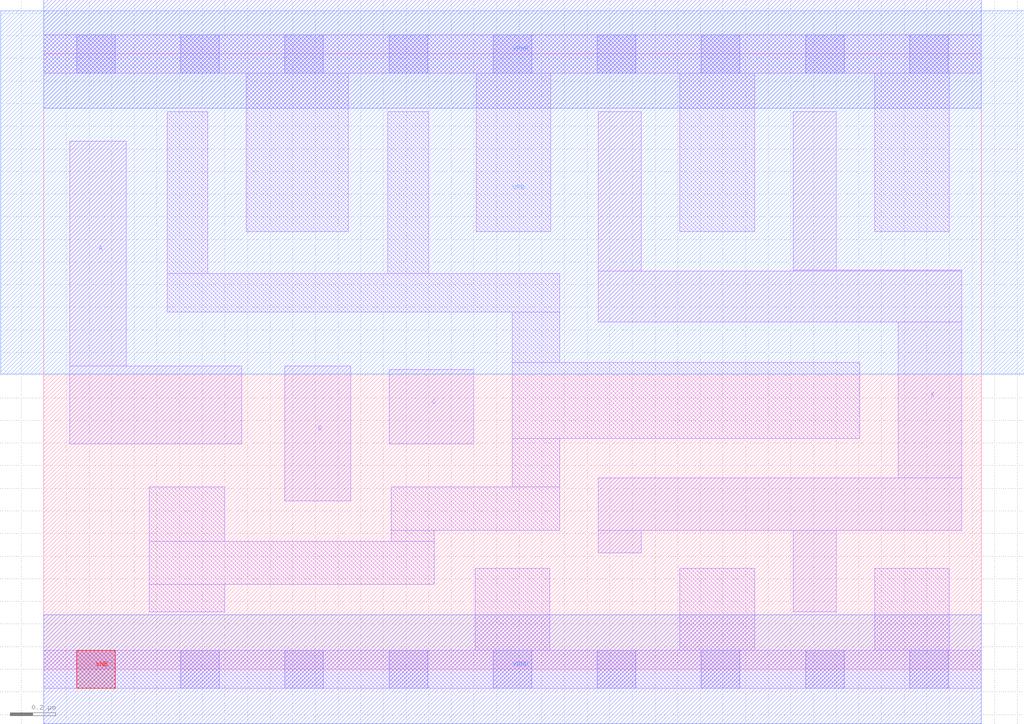
<source format=lef>
# Copyright 2020 The SkyWater PDK Authors
#
# Licensed under the Apache License, Version 2.0 (the "License");
# you may not use this file except in compliance with the License.
# You may obtain a copy of the License at
#
#     https://www.apache.org/licenses/LICENSE-2.0
#
# Unless required by applicable law or agreed to in writing, software
# distributed under the License is distributed on an "AS IS" BASIS,
# WITHOUT WARRANTIES OR CONDITIONS OF ANY KIND, either express or implied.
# See the License for the specific language governing permissions and
# limitations under the License.
#
# SPDX-License-Identifier: Apache-2.0

VERSION 5.7 ;
  NOWIREEXTENSIONATPIN ON ;
  DIVIDERCHAR "/" ;
  BUSBITCHARS "[]" ;
MACRO sky130_fd_sc_hd__and3_4
  CLASS CORE ;
  FOREIGN sky130_fd_sc_hd__and3_4 ;
  ORIGIN  0.000000  0.000000 ;
  SIZE  4.140000 BY  2.720000 ;
  SYMMETRY X Y R90 ;
  SITE unithd ;
  PIN A
    ANTENNAGATEAREA  0.247500 ;
    DIRECTION INPUT ;
    USE SIGNAL ;
    PORT
      LAYER li1 ;
        RECT 0.115000 0.995000 0.875000 1.340000 ;
        RECT 0.115000 1.340000 0.365000 2.335000 ;
    END
  END A
  PIN B
    ANTENNAGATEAREA  0.247500 ;
    DIRECTION INPUT ;
    USE SIGNAL ;
    PORT
      LAYER li1 ;
        RECT 1.065000 0.745000 1.355000 1.340000 ;
    END
  END B
  PIN C
    ANTENNAGATEAREA  0.247500 ;
    DIRECTION INPUT ;
    USE SIGNAL ;
    PORT
      LAYER li1 ;
        RECT 1.525000 0.995000 1.900000 1.325000 ;
    END
  END C
  PIN VNB
    PORT
      LAYER pwell ;
        RECT 0.145000 -0.085000 0.315000 0.085000 ;
    END
  END VNB
  PIN VPB
    PORT
      LAYER nwell ;
        RECT -0.190000 1.305000 4.330000 2.910000 ;
    END
  END VPB
  PIN X
    ANTENNADIFFAREA  0.924000 ;
    DIRECTION OUTPUT ;
    USE SIGNAL ;
    PORT
      LAYER li1 ;
        RECT 2.450000 0.515000 2.640000 0.615000 ;
        RECT 2.450000 0.615000 4.055000 0.845000 ;
        RECT 2.450000 1.535000 4.055000 1.760000 ;
        RECT 2.450000 1.760000 2.640000 2.465000 ;
        RECT 3.310000 0.255000 3.500000 0.615000 ;
        RECT 3.310000 1.760000 4.055000 1.765000 ;
        RECT 3.310000 1.765000 3.500000 2.465000 ;
        RECT 3.775000 0.845000 4.055000 1.535000 ;
    END
  END X
  PIN VGND
    DIRECTION INOUT ;
    SHAPE ABUTMENT ;
    USE GROUND ;
    PORT
      LAYER met1 ;
        RECT 0.000000 -0.240000 4.140000 0.240000 ;
    END
  END VGND
  PIN VPWR
    DIRECTION INOUT ;
    SHAPE ABUTMENT ;
    USE POWER ;
    PORT
      LAYER met1 ;
        RECT 0.000000 2.480000 4.140000 2.960000 ;
    END
  END VPWR
  OBS
    LAYER li1 ;
      RECT 0.000000 -0.085000 4.140000 0.085000 ;
      RECT 0.000000  2.635000 4.140000 2.805000 ;
      RECT 0.465000  0.255000 0.800000 0.375000 ;
      RECT 0.465000  0.375000 1.725000 0.565000 ;
      RECT 0.465000  0.565000 0.800000 0.805000 ;
      RECT 0.545000  1.580000 2.280000 1.750000 ;
      RECT 0.545000  1.750000 0.725000 2.465000 ;
      RECT 0.895000  1.935000 1.345000 2.635000 ;
      RECT 1.520000  1.750000 1.700000 2.465000 ;
      RECT 1.535000  0.565000 1.725000 0.615000 ;
      RECT 1.535000  0.615000 2.280000 0.805000 ;
      RECT 1.905000  0.085000 2.235000 0.445000 ;
      RECT 1.910000  1.935000 2.240000 2.635000 ;
      RECT 2.070000  0.805000 2.280000 1.020000 ;
      RECT 2.070000  1.020000 3.605000 1.355000 ;
      RECT 2.070000  1.355000 2.280000 1.580000 ;
      RECT 2.810000  0.085000 3.140000 0.445000 ;
      RECT 2.810000  1.935000 3.140000 2.635000 ;
      RECT 3.670000  0.085000 4.000000 0.445000 ;
      RECT 3.670000  1.935000 4.000000 2.635000 ;
    LAYER mcon ;
      RECT 0.145000 -0.085000 0.315000 0.085000 ;
      RECT 0.145000  2.635000 0.315000 2.805000 ;
      RECT 0.605000 -0.085000 0.775000 0.085000 ;
      RECT 0.605000  2.635000 0.775000 2.805000 ;
      RECT 1.065000 -0.085000 1.235000 0.085000 ;
      RECT 1.065000  2.635000 1.235000 2.805000 ;
      RECT 1.525000 -0.085000 1.695000 0.085000 ;
      RECT 1.525000  2.635000 1.695000 2.805000 ;
      RECT 1.985000 -0.085000 2.155000 0.085000 ;
      RECT 1.985000  2.635000 2.155000 2.805000 ;
      RECT 2.445000 -0.085000 2.615000 0.085000 ;
      RECT 2.445000  2.635000 2.615000 2.805000 ;
      RECT 2.905000 -0.085000 3.075000 0.085000 ;
      RECT 2.905000  2.635000 3.075000 2.805000 ;
      RECT 3.365000 -0.085000 3.535000 0.085000 ;
      RECT 3.365000  2.635000 3.535000 2.805000 ;
      RECT 3.825000 -0.085000 3.995000 0.085000 ;
      RECT 3.825000  2.635000 3.995000 2.805000 ;
  END
END sky130_fd_sc_hd__and3_4
END LIBRARY

</source>
